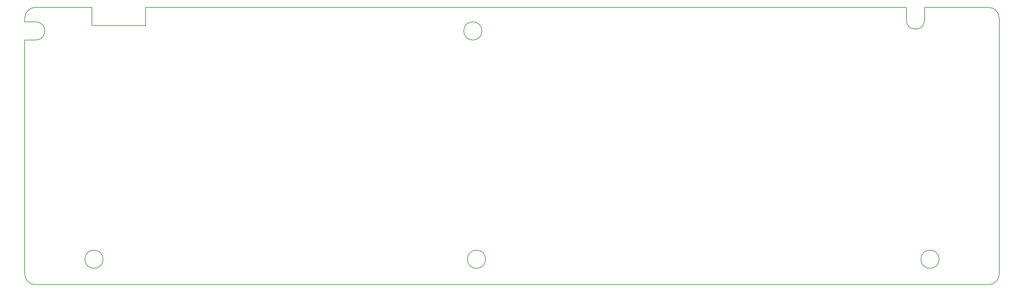
<source format=gbr>
G04 #@! TF.GenerationSoftware,KiCad,Pcbnew,(5.1.4)-1*
G04 #@! TF.CreationDate,2020-01-03T17:15:28-08:00*
G04 #@! TF.ProjectId,Alchemy49,416c6368-656d-4793-9439-2e6b69636164,rev?*
G04 #@! TF.SameCoordinates,Original*
G04 #@! TF.FileFunction,Profile,NP*
%FSLAX46Y46*%
G04 Gerber Fmt 4.6, Leading zero omitted, Abs format (unit mm)*
G04 Created by KiCad (PCBNEW (5.1.4)-1) date 2020-01-03 17:15:28*
%MOMM*%
%LPD*%
G04 APERTURE LIST*
%ADD10C,0.200000*%
G04 APERTURE END LIST*
D10*
X35750000Y-82750000D02*
G75*
G03X35750000Y-82750000I-2500000J0D01*
G01*
X281750000Y-86750000D02*
G75*
G02X278750000Y-89750000I-3000000J0D01*
G01*
X14250000Y-17500000D02*
X17250000Y-17500000D01*
X256250000Y-17000000D02*
X256250000Y-13500000D01*
X17250000Y-89750000D02*
G75*
G02X14250000Y-86750000I0J3000000D01*
G01*
X281750000Y-86750000D02*
X281750000Y-16500000D01*
X140750000Y-82750000D02*
G75*
G03X140750000Y-82750000I-2500000J0D01*
G01*
X261250000Y-13500000D02*
X261250000Y-17000000D01*
X32650000Y-13500000D02*
X32650000Y-18500000D01*
X139750000Y-20000000D02*
G75*
G03X139750000Y-20000000I-2500000J0D01*
G01*
X14250000Y-16500000D02*
G75*
G02X17250000Y-13500000I3000000J0D01*
G01*
X14250000Y-86750000D02*
X14250000Y-22500000D01*
X265250000Y-82750000D02*
G75*
G03X265250000Y-82750000I-2500000J0D01*
G01*
X278750000Y-13500000D02*
G75*
G02X281750000Y-16500000I0J-3000000D01*
G01*
X278750000Y-89750000D02*
X17250000Y-89750000D01*
X17250000Y-17500000D02*
G75*
G02X17250000Y-22500000I0J-2500000D01*
G01*
X47400000Y-18500000D02*
X47400000Y-13500000D01*
X261250000Y-17000000D02*
G75*
G02X256250000Y-17000000I-2500000J0D01*
G01*
X14250000Y-22500000D02*
X17250000Y-22500000D01*
X278750000Y-13500000D02*
X261250000Y-13500000D01*
X32650000Y-13500000D02*
X17250000Y-13500000D01*
X14250000Y-17500000D02*
X14250000Y-16500000D01*
X47400000Y-18500000D02*
X32650000Y-18500000D01*
X256250000Y-13500000D02*
X47400000Y-13500000D01*
M02*

</source>
